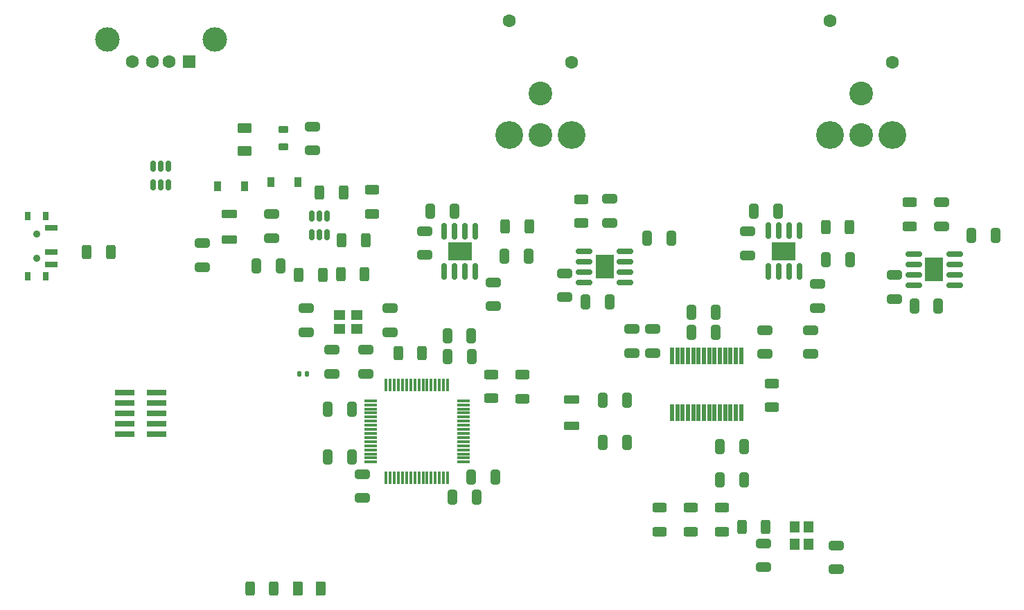
<source format=gbr>
%TF.GenerationSoftware,KiCad,Pcbnew,(5.99.0-9519-ga70106a3bd)*%
%TF.CreationDate,2021-04-02T22:42:04-07:00*%
%TF.ProjectId,UsbSound,55736253-6f75-46e6-942e-6b696361645f,rev?*%
%TF.SameCoordinates,Original*%
%TF.FileFunction,Soldermask,Top*%
%TF.FilePolarity,Negative*%
%FSLAX46Y46*%
G04 Gerber Fmt 4.6, Leading zero omitted, Abs format (unit mm)*
G04 Created by KiCad (PCBNEW (5.99.0-9519-ga70106a3bd)) date 2021-04-02 22:42:04*
%MOMM*%
%LPD*%
G01*
G04 APERTURE LIST*
G04 Aperture macros list*
%AMRoundRect*
0 Rectangle with rounded corners*
0 $1 Rounding radius*
0 $2 $3 $4 $5 $6 $7 $8 $9 X,Y pos of 4 corners*
0 Add a 4 corners polygon primitive as box body*
4,1,4,$2,$3,$4,$5,$6,$7,$8,$9,$2,$3,0*
0 Add four circle primitives for the rounded corners*
1,1,$1+$1,$2,$3*
1,1,$1+$1,$4,$5*
1,1,$1+$1,$6,$7*
1,1,$1+$1,$8,$9*
0 Add four rect primitives between the rounded corners*
20,1,$1+$1,$2,$3,$4,$5,0*
20,1,$1+$1,$4,$5,$6,$7,0*
20,1,$1+$1,$6,$7,$8,$9,0*
20,1,$1+$1,$8,$9,$2,$3,0*%
G04 Aperture macros list end*
%ADD10RoundRect,0.250000X0.325000X0.650000X-0.325000X0.650000X-0.325000X-0.650000X0.325000X-0.650000X0*%
%ADD11RoundRect,0.250000X0.625000X-0.312500X0.625000X0.312500X-0.625000X0.312500X-0.625000X-0.312500X0*%
%ADD12RoundRect,0.250000X-0.650000X0.325000X-0.650000X-0.325000X0.650000X-0.325000X0.650000X0.325000X0*%
%ADD13RoundRect,0.250000X-0.625000X0.312500X-0.625000X-0.312500X0.625000X-0.312500X0.625000X0.312500X0*%
%ADD14RoundRect,0.250000X0.312500X0.625000X-0.312500X0.625000X-0.312500X-0.625000X0.312500X-0.625000X0*%
%ADD15RoundRect,0.250000X0.650000X-0.325000X0.650000X0.325000X-0.650000X0.325000X-0.650000X-0.325000X0*%
%ADD16RoundRect,0.050000X0.240000X-0.950000X0.240000X0.950000X-0.240000X0.950000X-0.240000X-0.950000X0*%
%ADD17RoundRect,0.250000X-0.325000X-0.650000X0.325000X-0.650000X0.325000X0.650000X-0.325000X0.650000X0*%
%ADD18R,1.600000X1.500000*%
%ADD19C,1.600000*%
%ADD20C,3.000000*%
%ADD21RoundRect,0.150000X0.825000X0.150000X-0.825000X0.150000X-0.825000X-0.150000X0.825000X-0.150000X0*%
%ADD22R,2.290000X3.000000*%
%ADD23R,2.400000X0.740000*%
%ADD24RoundRect,0.250000X-0.312500X-0.625000X0.312500X-0.625000X0.312500X0.625000X-0.312500X0.625000X0*%
%ADD25R,1.400000X1.200000*%
%ADD26RoundRect,0.150000X0.150000X-0.512500X0.150000X0.512500X-0.150000X0.512500X-0.150000X-0.512500X0*%
%ADD27C,3.400000*%
%ADD28C,2.900000*%
%ADD29RoundRect,0.250000X-0.375000X-0.625000X0.375000X-0.625000X0.375000X0.625000X-0.375000X0.625000X0*%
%ADD30R,1.200000X1.400000*%
%ADD31RoundRect,0.150000X0.150000X-0.825000X0.150000X0.825000X-0.150000X0.825000X-0.150000X-0.825000X0*%
%ADD32R,3.000000X2.290000*%
%ADD33R,0.900000X1.200000*%
%ADD34RoundRect,0.250000X0.700000X-0.275000X0.700000X0.275000X-0.700000X0.275000X-0.700000X-0.275000X0*%
%ADD35RoundRect,0.250000X-0.625000X0.375000X-0.625000X-0.375000X0.625000X-0.375000X0.625000X0.375000X0*%
%ADD36C,0.900000*%
%ADD37R,0.800000X1.000000*%
%ADD38R,1.500000X0.700000*%
%ADD39RoundRect,0.075000X-0.075000X0.700000X-0.075000X-0.700000X0.075000X-0.700000X0.075000X0.700000X0*%
%ADD40RoundRect,0.075000X-0.700000X0.075000X-0.700000X-0.075000X0.700000X-0.075000X0.700000X0.075000X0*%
%ADD41RoundRect,0.147500X-0.147500X-0.172500X0.147500X-0.172500X0.147500X0.172500X-0.147500X0.172500X0*%
%ADD42RoundRect,0.150000X-0.150000X0.512500X-0.150000X-0.512500X0.150000X-0.512500X0.150000X0.512500X0*%
%ADD43RoundRect,0.218750X0.381250X-0.218750X0.381250X0.218750X-0.381250X0.218750X-0.381250X-0.218750X0*%
%ADD44RoundRect,0.250000X-0.700000X0.275000X-0.700000X-0.275000X0.700000X-0.275000X0.700000X0.275000X0*%
G04 APERTURE END LIST*
D10*
%TO.C,C37*%
X194974000Y-74930000D03*
X192024000Y-74930000D03*
%TD*%
D11*
%TO.C,R10*%
X157795500Y-111145600D03*
X157795500Y-108220600D03*
%TD*%
D12*
%TO.C,C5*%
X147895500Y-70457600D03*
X147895500Y-73407600D03*
%TD*%
D13*
%TO.C,R5*%
X118831900Y-69333400D03*
X118831900Y-72258400D03*
%TD*%
D14*
%TO.C,R14*%
X124927900Y-89323000D03*
X122002900Y-89323000D03*
%TD*%
D12*
%TO.C,C25*%
X125258000Y-74357600D03*
X125258000Y-77307600D03*
%TD*%
D15*
%TO.C,C24*%
X110729300Y-86732200D03*
X110729300Y-83782200D03*
%TD*%
D11*
%TO.C,R12*%
X167625300Y-95927000D03*
X167625300Y-93002000D03*
%TD*%
D14*
%TO.C,R7*%
X106821700Y-118059200D03*
X103896700Y-118059200D03*
%TD*%
D16*
%TO.C,U4*%
X155475500Y-96612600D03*
X156125500Y-96612600D03*
X156775500Y-96612600D03*
X157425500Y-96612600D03*
X158075500Y-96612600D03*
X158725500Y-96612600D03*
X159375500Y-96612600D03*
X160025500Y-96612600D03*
X160675500Y-96612600D03*
X161325500Y-96612600D03*
X161975500Y-96612600D03*
X162625500Y-96612600D03*
X163275500Y-96612600D03*
X163925500Y-96612600D03*
X163925500Y-89602600D03*
X163275500Y-89602600D03*
X162625500Y-89602600D03*
X161975500Y-89602600D03*
X161325500Y-89602600D03*
X160675500Y-89602600D03*
X160025500Y-89602600D03*
X159375500Y-89602600D03*
X158725500Y-89602600D03*
X158075500Y-89602600D03*
X157425500Y-89602600D03*
X156775500Y-89602600D03*
X156125500Y-89602600D03*
X155475500Y-89602600D03*
%TD*%
D17*
%TO.C,C14*%
X146996900Y-95016200D03*
X149946900Y-95016200D03*
%TD*%
D12*
%TO.C,C2*%
X111567500Y-61582600D03*
X111567500Y-64532600D03*
%TD*%
D18*
%TO.C,J2*%
X96500100Y-53620000D03*
D19*
X94000100Y-53620000D03*
X92000100Y-53620000D03*
X89500100Y-53620000D03*
D20*
X86430100Y-50910000D03*
X99570100Y-50910000D03*
%TD*%
D17*
%TO.C,C16*%
X157817300Y-86719500D03*
X160767300Y-86719500D03*
%TD*%
D15*
%TO.C,C33*%
X166812500Y-89424600D03*
X166812500Y-86474600D03*
%TD*%
D14*
%TO.C,R19*%
X177183000Y-73882600D03*
X174258000Y-73882600D03*
%TD*%
D11*
%TO.C,R17*%
X137196100Y-94860200D03*
X137196100Y-91935200D03*
%TD*%
D21*
%TO.C,U7*%
X189995500Y-80975100D03*
X189995500Y-79705100D03*
X189995500Y-78435100D03*
X189995500Y-77165100D03*
X185045500Y-77165100D03*
X185045500Y-78435100D03*
X185045500Y-79705100D03*
X185045500Y-80975100D03*
D22*
X187520500Y-79070100D03*
%TD*%
D14*
%TO.C,R2*%
X117921500Y-79671000D03*
X114996500Y-79671000D03*
%TD*%
D17*
%TO.C,C9*%
X128001300Y-87164000D03*
X130951300Y-87164000D03*
%TD*%
D15*
%TO.C,C1*%
X106538300Y-75204400D03*
X106538300Y-72254400D03*
%TD*%
D17*
%TO.C,C13*%
X130893300Y-104436000D03*
X133843300Y-104436000D03*
%TD*%
D15*
%TO.C,C22*%
X133604000Y-83582600D03*
X133604000Y-80632600D03*
%TD*%
%TO.C,C6*%
X113929700Y-91815800D03*
X113929700Y-88865800D03*
%TD*%
D17*
%TO.C,C17*%
X144895500Y-83057600D03*
X147845500Y-83057600D03*
%TD*%
D10*
%TO.C,C19*%
X116317300Y-101972200D03*
X113367300Y-101972200D03*
%TD*%
D12*
%TO.C,C26*%
X175554500Y-112800600D03*
X175554500Y-115750600D03*
%TD*%
D10*
%TO.C,C11*%
X116342700Y-96130200D03*
X113392700Y-96130200D03*
%TD*%
D17*
%TO.C,C29*%
X161326100Y-100753000D03*
X164276100Y-100753000D03*
%TD*%
D23*
%TO.C,J1*%
X92517500Y-99229000D03*
X88617500Y-99229000D03*
X92517500Y-97959000D03*
X88617500Y-97959000D03*
X92517500Y-96689000D03*
X88617500Y-96689000D03*
X92517500Y-95419000D03*
X88617500Y-95419000D03*
X92517500Y-94149000D03*
X88617500Y-94149000D03*
%TD*%
D24*
%TO.C,R8*%
X83957700Y-76927800D03*
X86882700Y-76927800D03*
%TD*%
D21*
%TO.C,U3*%
X149695500Y-80662600D03*
X149695500Y-79392600D03*
X149695500Y-78122600D03*
X149695500Y-76852600D03*
X144745500Y-76852600D03*
X144745500Y-78122600D03*
X144745500Y-79392600D03*
X144745500Y-80662600D03*
D22*
X147220500Y-78757600D03*
%TD*%
D25*
%TO.C,Y1*%
X116993300Y-84676600D03*
X114793300Y-84676600D03*
X114793300Y-86376600D03*
X116993300Y-86376600D03*
%TD*%
D15*
%TO.C,C7*%
X118044500Y-91812200D03*
X118044500Y-88862200D03*
%TD*%
D26*
%TO.C,U1*%
X111440500Y-74834200D03*
X112390500Y-74834200D03*
X113340500Y-74834200D03*
X113340500Y-72559200D03*
X112390500Y-72559200D03*
X111440500Y-72559200D03*
%TD*%
D19*
%TO.C,J4*%
X174790500Y-48657600D03*
X182410500Y-53737600D03*
D27*
X182410500Y-62627600D03*
X174790500Y-62627600D03*
D28*
X178600500Y-62627600D03*
X178600500Y-57547600D03*
%TD*%
D11*
%TO.C,R9*%
X161605500Y-111145600D03*
X161605500Y-108220600D03*
%TD*%
D19*
%TO.C,J3*%
X143190500Y-53737600D03*
X135570500Y-48657600D03*
D27*
X143190500Y-62627600D03*
X135570500Y-62627600D03*
D28*
X139380500Y-62627600D03*
X139380500Y-57547600D03*
%TD*%
D15*
%TO.C,C36*%
X150556500Y-89326600D03*
X150556500Y-86376600D03*
%TD*%
D29*
%TO.C,D3*%
X109725000Y-118059200D03*
X112525000Y-118059200D03*
%TD*%
D30*
%TO.C,Y2*%
X172174500Y-112710600D03*
X172174500Y-110510600D03*
X170474500Y-110510600D03*
X170474500Y-112710600D03*
%TD*%
D31*
%TO.C,U6*%
X127653000Y-79307600D03*
X128923000Y-79307600D03*
X130193000Y-79307600D03*
X131463000Y-79307600D03*
X131463000Y-74357600D03*
X130193000Y-74357600D03*
X128923000Y-74357600D03*
X127653000Y-74357600D03*
D32*
X129558000Y-76832600D03*
%TD*%
D17*
%TO.C,C10*%
X128026700Y-89704000D03*
X130976700Y-89704000D03*
%TD*%
%TO.C,C30*%
X161326100Y-104817000D03*
X164276100Y-104817000D03*
%TD*%
D33*
%TO.C,D2*%
X109762100Y-68418800D03*
X106462100Y-68418800D03*
%TD*%
%TO.C,D1*%
X103208900Y-68876000D03*
X99908900Y-68876000D03*
%TD*%
D13*
%TO.C,R16*%
X184520500Y-70845100D03*
X184520500Y-73770100D03*
%TD*%
D14*
%TO.C,R3*%
X112765300Y-79696400D03*
X109840300Y-79696400D03*
%TD*%
D15*
%TO.C,C18*%
X142320500Y-82482600D03*
X142320500Y-79532600D03*
%TD*%
D34*
%TO.C,L3*%
X143190500Y-98162600D03*
X143190500Y-95012600D03*
%TD*%
D17*
%TO.C,C20*%
X128636300Y-106934000D03*
X131586300Y-106934000D03*
%TD*%
D15*
%TO.C,C41*%
X173228000Y-83771000D03*
X173228000Y-80821000D03*
%TD*%
D12*
%TO.C,C27*%
X166664500Y-112542600D03*
X166664500Y-115492600D03*
%TD*%
D24*
%TO.C,R15*%
X163997500Y-110510600D03*
X166922500Y-110510600D03*
%TD*%
D15*
%TO.C,C34*%
X172400500Y-89424600D03*
X172400500Y-86474600D03*
%TD*%
D17*
%TO.C,C15*%
X147000500Y-100248600D03*
X149950500Y-100248600D03*
%TD*%
%TO.C,C38*%
X185070500Y-83570100D03*
X188020500Y-83570100D03*
%TD*%
D10*
%TO.C,C32*%
X160767300Y-84306500D03*
X157817300Y-84306500D03*
%TD*%
D15*
%TO.C,C39*%
X182620500Y-82695100D03*
X182620500Y-79745100D03*
%TD*%
D12*
%TO.C,C23*%
X121041700Y-83785800D03*
X121041700Y-86735800D03*
%TD*%
D35*
%TO.C,F1*%
X103236300Y-61783400D03*
X103236300Y-64583400D03*
%TD*%
D31*
%TO.C,U8*%
X167215500Y-79287600D03*
X168485500Y-79287600D03*
X169755500Y-79287600D03*
X171025500Y-79287600D03*
X171025500Y-74337600D03*
X169755500Y-74337600D03*
X168485500Y-74337600D03*
X167215500Y-74337600D03*
D32*
X169120500Y-76812600D03*
%TD*%
D12*
%TO.C,C42*%
X164720500Y-74432600D03*
X164720500Y-77382600D03*
%TD*%
D14*
%TO.C,R13*%
X138008000Y-73832600D03*
X135083000Y-73832600D03*
%TD*%
D11*
%TO.C,R18*%
X133386100Y-94838800D03*
X133386100Y-91913800D03*
%TD*%
D12*
%TO.C,C12*%
X117663500Y-104080400D03*
X117663500Y-107030400D03*
%TD*%
D13*
%TO.C,R6*%
X144370500Y-70470100D03*
X144370500Y-73395100D03*
%TD*%
D12*
%TO.C,C3*%
X98080100Y-75835600D03*
X98080100Y-78785600D03*
%TD*%
D10*
%TO.C,C8*%
X155399000Y-75257600D03*
X152449000Y-75257600D03*
%TD*%
D36*
%TO.C,SW1*%
X77828900Y-77716600D03*
D37*
X76728900Y-79866600D03*
D36*
X77828900Y-74716600D03*
D37*
X76728900Y-72566600D03*
X78938900Y-79866600D03*
X78938900Y-72566600D03*
D38*
X79588900Y-73966600D03*
X79588900Y-76966600D03*
X79588900Y-78466600D03*
%TD*%
D12*
%TO.C,C31*%
X188420500Y-70820100D03*
X188420500Y-73770100D03*
%TD*%
D24*
%TO.C,R4*%
X112405700Y-69638200D03*
X115330700Y-69638200D03*
%TD*%
D39*
%TO.C,U5*%
X128042900Y-93198400D03*
X127542900Y-93198400D03*
X127042900Y-93198400D03*
X126542900Y-93198400D03*
X126042900Y-93198400D03*
X125542900Y-93198400D03*
X125042900Y-93198400D03*
X124542900Y-93198400D03*
X124042900Y-93198400D03*
X123542900Y-93198400D03*
X123042900Y-93198400D03*
X122542900Y-93198400D03*
X122042900Y-93198400D03*
X121542900Y-93198400D03*
X121042900Y-93198400D03*
X120542900Y-93198400D03*
D40*
X118617900Y-95123400D03*
X118617900Y-95623400D03*
X118617900Y-96123400D03*
X118617900Y-96623400D03*
X118617900Y-97123400D03*
X118617900Y-97623400D03*
X118617900Y-98123400D03*
X118617900Y-98623400D03*
X118617900Y-99123400D03*
X118617900Y-99623400D03*
X118617900Y-100123400D03*
X118617900Y-100623400D03*
X118617900Y-101123400D03*
X118617900Y-101623400D03*
X118617900Y-102123400D03*
X118617900Y-102623400D03*
D39*
X120542900Y-104548400D03*
X121042900Y-104548400D03*
X121542900Y-104548400D03*
X122042900Y-104548400D03*
X122542900Y-104548400D03*
X123042900Y-104548400D03*
X123542900Y-104548400D03*
X124042900Y-104548400D03*
X124542900Y-104548400D03*
X125042900Y-104548400D03*
X125542900Y-104548400D03*
X126042900Y-104548400D03*
X126542900Y-104548400D03*
X127042900Y-104548400D03*
X127542900Y-104548400D03*
X128042900Y-104548400D03*
D40*
X129967900Y-102623400D03*
X129967900Y-102123400D03*
X129967900Y-101623400D03*
X129967900Y-101123400D03*
X129967900Y-100623400D03*
X129967900Y-100123400D03*
X129967900Y-99623400D03*
X129967900Y-99123400D03*
X129967900Y-98623400D03*
X129967900Y-98123400D03*
X129967900Y-97623400D03*
X129967900Y-97123400D03*
X129967900Y-96623400D03*
X129967900Y-96123400D03*
X129967900Y-95623400D03*
X129967900Y-95123400D03*
%TD*%
D10*
%TO.C,C40*%
X177220500Y-77882600D03*
X174270500Y-77882600D03*
%TD*%
D41*
%TO.C,L2*%
X109886300Y-91837600D03*
X110856300Y-91837600D03*
%TD*%
D14*
%TO.C,R1*%
X118023100Y-75531000D03*
X115098100Y-75531000D03*
%TD*%
D17*
%TO.C,C28*%
X125908000Y-71932600D03*
X128858000Y-71932600D03*
%TD*%
D11*
%TO.C,R11*%
X153985500Y-111145600D03*
X153985500Y-108220600D03*
%TD*%
D17*
%TO.C,C43*%
X165445500Y-71932600D03*
X168395500Y-71932600D03*
%TD*%
D42*
%TO.C,U2*%
X93950100Y-66437600D03*
X93000100Y-66437600D03*
X92050100Y-66437600D03*
X92050100Y-68712600D03*
X93000100Y-68712600D03*
X93950100Y-68712600D03*
%TD*%
D15*
%TO.C,C35*%
X153096500Y-89326600D03*
X153096500Y-86376600D03*
%TD*%
D43*
%TO.C,FB1*%
X107986100Y-64041400D03*
X107986100Y-61916400D03*
%TD*%
D17*
%TO.C,C4*%
X104680500Y-78655000D03*
X107630500Y-78655000D03*
%TD*%
D44*
%TO.C,L1*%
X101356700Y-72254000D03*
X101356700Y-75404000D03*
%TD*%
D10*
%TO.C,C21*%
X137958000Y-77432600D03*
X135008000Y-77432600D03*
%TD*%
M02*

</source>
